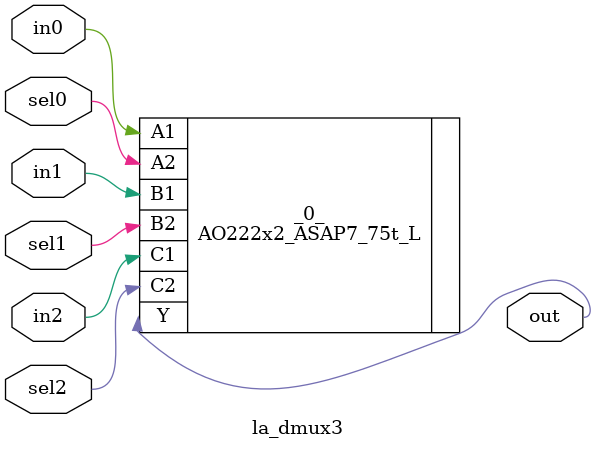
<source format=v>

/* Generated by Yosys 0.37 (git sha1 a5c7f69ed, clang 14.0.0-1ubuntu1.1 -fPIC -Os) */

module la_dmux3(sel0, sel1, sel2, in0, in1, in2, out);
  input in0;
  wire in0;
  input in1;
  wire in1;
  input in2;
  wire in2;
  output out;
  wire out;
  input sel0;
  wire sel0;
  input sel1;
  wire sel1;
  input sel2;
  wire sel2;
  AO222x2_ASAP7_75t_L _0_ (
    .A1(in0),
    .A2(sel0),
    .B1(in1),
    .B2(sel1),
    .C1(in2),
    .C2(sel2),
    .Y(out)
  );
endmodule

</source>
